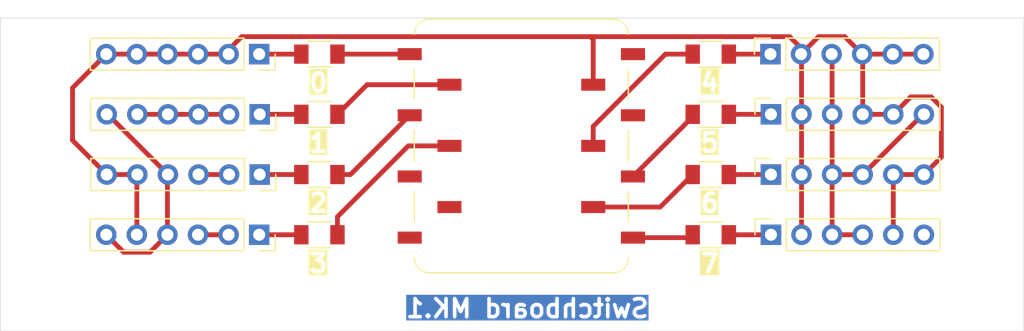
<source format=kicad_pcb>
(kicad_pcb (version 20241229) (generator "pcbnew") (generator_version "9.0")
  (layers (0 "F.Cu" signal) (2 "B.Cu" signal) (13 "F.Paste" user) (15 "B.Paste" user) (5 "F.SilkS" user "F.Silkscreen") (7 "B.SilkS" user "B.Silkscreen") (1 "F.Mask" user) (3 "B.Mask" user) (25 "Edge.Cuts" user))
  (net 0 "")
  (net 1 "GND")
  (net 3 "LED1")
  (net 4 "LED5")
  (net 5 "LED4")
  (net 7 "Pull up")
  (net 8 "LED7")
  (net 9 "LED3")
  (net 10 "LED2")
  (net 11 "LED6")
  (net 12 "LED8")
  (net 15 "Net-(J6-Pin_1)")
  (net 16 "Net-(J2-Pin_1)")
  (net 17 "Net-(J1-Pin_1)")
  (net 18 "Net-(J3-Pin_1)")
  (net 19 "Net-(J5-Pin_1)")
  (net 20 "Net-(J4-Pin_1)")
  (net 21 "Net-(J7-Pin_1)")
  (net 22 "Net-(J8-Pin_1)")
  (footprint "MountingHole:MountingHole_2.2mm_M2" (layer "F.Cu") (at 159 80)
    (property "Reference" "REF**" (hide yes))
    (property "Value" "MountingHole_2.2mm_M2" (hide yes))
    (pad "" np_thru_hole circle (at 0 0) (size 2.2 2.2) (drill 2.2) (layers "*.Cu" "*.Mask"))
  )
  (footprint "Connector_PinSocket_2.54mm:PinSocket_1x06_P2.54mm_Vertical" (layer "F.Cu") (at 220 65 90)
    (property "Reference" "J4" (hide yes))
    (property "Value" "Socket 06" (hide yes))
    (fp_line (start 1.33 -1.33) (end 1.33 0) (stroke (width 0.12)) (layer "F.SilkS"))
    (fp_line (start 0 -1.33) (end 1.33 -1.33) (stroke (width 0.12)) (layer "F.SilkS"))
    (fp_line (start 1.33 1.27) (end 1.33 14.03) (stroke (width 0.12)) (layer "F.SilkS"))
    (fp_line (start -1.33 1.27) (end 1.33 1.27) (stroke (width 0.12)) (layer "F.SilkS"))
    (fp_line (start -1.33 1.27) (end -1.33 14.03) (stroke (width 0.12)) (layer "F.SilkS"))
    (fp_line (start -1.33 14.03) (end 1.33 14.03) (stroke (width 0.12)) (layer "F.SilkS"))
    (pad "1" thru_hole rect (at 0 0 90) (size 1.7 1.7) (drill 1) (layers "*.Cu" "*.Mask") (net 20 "Net-(J4-Pin_1)"))
    (pad "2" thru_hole circle (at 0 2.54 90) (size 1.7 1.7) (drill 1) (layers "*.Cu" "*.Mask") (net 1 "GND"))
    (pad "3" thru_hole circle (at 0 5.08 90) (size 1.7 1.7) (drill 1) (layers "*.Cu" "*.Mask") (net 7 "Pull up"))
    (pad "4" thru_hole circle (at 0 7.62 90) (size 1.7 1.7) (drill 1) (layers "*.Cu" "*.Mask") (net 1 "GND"))
    (pad "5" thru_hole circle (at 0 10.16 90) (size 1.7 1.7) (drill 1) (layers "*.Cu" "*.Mask") (net 1 "GND"))
    (pad "6" thru_hole circle (at 0 12.7 90) (size 1.7 1.7) (drill 1) (layers "*.Cu" "*.Mask") (net 7 "Pull up"))
  )
  (footprint "Connector_PinSocket_2.54mm:PinSocket_1x06_P2.54mm_Vertical" (layer "F.Cu") (at 220 75 90)
    (property "Reference" "J8" (hide yes))
    (property "Value" "Socket 08" (hide yes))
    (fp_line (start 1.33 -1.33) (end 1.33 0) (stroke (width 0.12)) (layer "F.SilkS"))
    (fp_line (start 0 -1.33) (end 1.33 -1.33) (stroke (width 0.12)) (layer "F.SilkS"))
    (fp_line (start 1.33 1.27) (end 1.33 14.03) (stroke (width 0.12)) (layer "F.SilkS"))
    (fp_line (start -1.33 1.27) (end 1.33 1.27) (stroke (width 0.12)) (layer "F.SilkS"))
    (fp_line (start -1.33 1.27) (end -1.33 14.03) (stroke (width 0.12)) (layer "F.SilkS"))
    (fp_line (start -1.33 14.03) (end 1.33 14.03) (stroke (width 0.12)) (layer "F.SilkS"))
    (pad "1" thru_hole rect (at 0 0 90) (size 1.7 1.7) (drill 1) (layers "*.Cu" "*.Mask") (net 22 "Net-(J8-Pin_1)"))
    (pad "2" thru_hole circle (at 0 2.54 90) (size 1.7 1.7) (drill 1) (layers "*.Cu" "*.Mask") (net 1 "GND"))
    (pad "3" thru_hole circle (at 0 5.08 90) (size 1.7 1.7) (drill 1) (layers "*.Cu" "*.Mask") (net 7 "Pull up"))
    (pad "4" thru_hole circle (at 0 7.62 90) (size 1.7 1.7) (drill 1) (layers "*.Cu" "*.Mask") (net 7 "Pull up"))
    (pad "5" thru_hole circle (at 0 10.16 90) (size 1.7 1.7) (drill 1) (layers "*.Cu" "*.Mask") (net 1 "GND"))
    (pad "6" thru_hole circle (at 0 12.7 90) (size 1.7 1.7) (drill 1) (layers "*.Cu" "*.Mask") (net 7 "Pull up"))
  )
  (footprint "Connector_PinSocket_2.54mm:PinSocket_1x06_P2.54mm_Vertical" (layer "F.Cu") (at 177.54 65 -90)
    (property "Reference" "J1" (hide yes))
    (property "Value" "Socket 02" (hide yes))
    (fp_line (start -1.33 14.03) (end 1.33 14.03) (stroke (width 0.12)) (layer "F.SilkS"))
    (fp_line (start -1.33 1.27) (end -1.33 14.03) (stroke (width 0.12)) (layer "F.SilkS"))
    (fp_line (start -1.33 1.27) (end 1.33 1.27) (stroke (width 0.12)) (layer "F.SilkS"))
    (fp_line (start 1.33 1.27) (end 1.33 14.03) (stroke (width 0.12)) (layer "F.SilkS"))
    (fp_line (start 0 -1.33) (end 1.33 -1.33) (stroke (width 0.12)) (layer "F.SilkS"))
    (fp_line (start 1.33 -1.33) (end 1.33 0) (stroke (width 0.12)) (layer "F.SilkS"))
    (pad "1" thru_hole rect (at 0 0 270) (size 1.7 1.7) (drill 1) (layers "*.Cu" "*.Mask") (net 17 "Net-(J1-Pin_1)"))
    (pad "2" thru_hole circle (at 0 2.54 270) (size 1.7 1.7) (drill 1) (layers "*.Cu" "*.Mask") (net 1 "GND"))
    (pad "3" thru_hole circle (at 0 5.08 270) (size 1.7 1.7) (drill 1) (layers "*.Cu" "*.Mask") (net 1 "GND"))
    (pad "4" thru_hole circle (at 0 7.62 270) (size 1.7 1.7) (drill 1) (layers "*.Cu" "*.Mask") (net 1 "GND"))
    (pad "5" thru_hole circle (at 0 10.16 270) (size 1.7 1.7) (drill 1) (layers "*.Cu" "*.Mask") (net 1 "GND"))
    (pad "6" thru_hole circle (at 0 12.7 270) (size 1.7 1.7) (drill 1) (layers "*.Cu" "*.Mask") (net 7 "Pull up"))
  )
  (footprint "fab:R_1206" (layer "F.Cu") (at 215 75 180)
    (property "Reference" "R12" (hide yes))
    (property "Value" "Resistor" (hide yes))
    (fp_line (start 1 1.07) (end -1 1.07) (stroke (width 0.12)) (layer "F.SilkS"))
    (fp_line (start -1 -1.07) (end 1 -1.07) (stroke (width 0.12)) (layer "F.SilkS"))
    (pad "1" smd rect (at -1.5 0 180) (size 1.2 1.6) (layers "F.Cu" "F.Mask" "F.Paste") (net 22 "Net-(J8-Pin_1)"))
    (pad "2" smd rect (at 1.5 0 180) (size 1.2 1.6) (layers "F.Cu" "F.Mask" "F.Paste") (net 12 "LED8"))
  )
  (footprint "MountingHole:MountingHole_2.2mm_M2" (layer "F.Cu") (at 238 80)
    (property "Reference" "REF**" (hide yes))
    (property "Value" "MountingHole_2.2mm_M2" (hide yes))
    (pad "" np_thru_hole circle (at 0 0) (size 2.2 2.2) (drill 2.2) (layers "*.Cu" "*.Mask"))
  )
  (footprint "Connector_PinSocket_2.54mm:PinSocket_1x06_P2.54mm_Vertical" (layer "F.Cu") (at 177.5 60 -90)
    (property "Reference" "J3" (hide yes))
    (property "Value" "Socket 01" (hide yes))
    (fp_line (start -1.33 14.03) (end 1.33 14.03) (stroke (width 0.12)) (layer "F.SilkS"))
    (fp_line (start -1.33 1.27) (end -1.33 14.03) (stroke (width 0.12)) (layer "F.SilkS"))
    (fp_line (start -1.33 1.27) (end 1.33 1.27) (stroke (width 0.12)) (layer "F.SilkS"))
    (fp_line (start 1.33 1.27) (end 1.33 14.03) (stroke (width 0.12)) (layer "F.SilkS"))
    (fp_line (start 0 -1.33) (end 1.33 -1.33) (stroke (width 0.12)) (layer "F.SilkS"))
    (fp_line (start 1.33 -1.33) (end 1.33 0) (stroke (width 0.12)) (layer "F.SilkS"))
    (pad "1" thru_hole rect (at 0 0 270) (size 1.7 1.7) (drill 1) (layers "*.Cu" "*.Mask") (net 18 "Net-(J3-Pin_1)"))
    (pad "2" thru_hole circle (at 0 2.54 270) (size 1.7 1.7) (drill 1) (layers "*.Cu" "*.Mask") (net 1 "GND"))
    (pad "3" thru_hole circle (at 0 5.08 270) (size 1.7 1.7) (drill 1) (layers "*.Cu" "*.Mask") (net 1 "GND"))
    (pad "4" thru_hole circle (at 0 7.62 270) (size 1.7 1.7) (drill 1) (layers "*.Cu" "*.Mask") (net 1 "GND"))
    (pad "5" thru_hole circle (at 0 10.16 270) (size 1.7 1.7) (drill 1) (layers "*.Cu" "*.Mask") (net 1 "GND"))
    (pad "6" thru_hole circle (at 0 12.7 270) (size 1.7 1.7) (drill 1) (layers "*.Cu" "*.Mask") (net 1 "GND"))
  )
  (footprint "MountingHole:MountingHole_2.2mm_M2" (layer "F.Cu") (at 238 60)
    (property "Reference" "REF**" (hide yes))
    (property "Value" "MountingHole_2.2mm_M2" (hide yes))
    (pad "" np_thru_hole circle (at 0 0) (size 2.2 2.2) (drill 2.2) (layers "*.Cu" "*.Mask"))
  )
  (footprint "Connector_PinSocket_2.54mm:PinSocket_1x06_P2.54mm_Vertical" (layer "F.Cu") (at 219.96 60 90)
    (property "Reference" "J5" (hide yes))
    (property "Value" "Socket 05" (hide yes))
    (fp_line (start 1.33 -1.33) (end 1.33 0) (stroke (width 0.12)) (layer "F.SilkS"))
    (fp_line (start 0 -1.33) (end 1.33 -1.33) (stroke (width 0.12)) (layer "F.SilkS"))
    (fp_line (start 1.33 1.27) (end 1.33 14.03) (stroke (width 0.12)) (layer "F.SilkS"))
    (fp_line (start -1.33 1.27) (end 1.33 1.27) (stroke (width 0.12)) (layer "F.SilkS"))
    (fp_line (start -1.33 1.27) (end -1.33 14.03) (stroke (width 0.12)) (layer "F.SilkS"))
    (fp_line (start -1.33 14.03) (end 1.33 14.03) (stroke (width 0.12)) (layer "F.SilkS"))
    (pad "1" thru_hole rect (at 0 0 90) (size 1.7 1.7) (drill 1) (layers "*.Cu" "*.Mask") (net 19 "Net-(J5-Pin_1)"))
    (pad "2" thru_hole circle (at 0 2.54 90) (size 1.7 1.7) (drill 1) (layers "*.Cu" "*.Mask") (net 1 "GND"))
    (pad "3" thru_hole circle (at 0 5.08 90) (size 1.7 1.7) (drill 1) (layers "*.Cu" "*.Mask") (net 7 "Pull up"))
    (pad "4" thru_hole circle (at 0 7.62 90) (size 1.7 1.7) (drill 1) (layers "*.Cu" "*.Mask") (net 1 "GND"))
    (pad "5" thru_hole circle (at 0 10.16 90) (size 1.7 1.7) (drill 1) (layers "*.Cu" "*.Mask") (net 1 "GND"))
    (pad "6" thru_hole circle (at 0 12.7 90) (size 1.7 1.7) (drill 1) (layers "*.Cu" "*.Mask") (net 1 "GND"))
  )
  (footprint "Connector_PinSocket_2.54mm:PinSocket_1x06_P2.54mm_Vertical" (layer "F.Cu") (at 177.54 70 -90)
    (property "Reference" "J2" (hide yes))
    (property "Value" "Socket 03" (hide yes))
    (fp_line (start -1.33 14.03) (end 1.33 14.03) (stroke (width 0.12)) (layer "F.SilkS"))
    (fp_line (start -1.33 1.27) (end -1.33 14.03) (stroke (width 0.12)) (layer "F.SilkS"))
    (fp_line (start -1.33 1.27) (end 1.33 1.27) (stroke (width 0.12)) (layer "F.SilkS"))
    (fp_line (start 1.33 1.27) (end 1.33 14.03) (stroke (width 0.12)) (layer "F.SilkS"))
    (fp_line (start 0 -1.33) (end 1.33 -1.33) (stroke (width 0.12)) (layer "F.SilkS"))
    (fp_line (start 1.33 -1.33) (end 1.33 0) (stroke (width 0.12)) (layer "F.SilkS"))
    (pad "1" thru_hole rect (at 0 0 270) (size 1.7 1.7) (drill 1) (layers "*.Cu" "*.Mask") (net 16 "Net-(J2-Pin_1)"))
    (pad "2" thru_hole circle (at 0 2.54 270) (size 1.7 1.7) (drill 1) (layers "*.Cu" "*.Mask") (net 1 "GND"))
    (pad "3" thru_hole circle (at 0 5.08 270) (size 1.7 1.7) (drill 1) (layers "*.Cu" "*.Mask") (net 1 "GND"))
    (pad "4" thru_hole circle (at 0 7.62 270) (size 1.7 1.7) (drill 1) (layers "*.Cu" "*.Mask") (net 7 "Pull up"))
    (pad "5" thru_hole circle (at 0 10.16 270) (size 1.7 1.7) (drill 1) (layers "*.Cu" "*.Mask") (net 1 "GND"))
    (pad "6" thru_hole circle (at 0 12.7 270) (size 1.7 1.7) (drill 1) (layers "*.Cu" "*.Mask") (net 1 "GND"))
  )
  (footprint "fab:R_1206" (layer "F.Cu") (at 182.5 75)
    (property "Reference" "R1" (hide yes))
    (property "Value" "Resistor" (hide yes))
    (fp_line (start -1 -1.07) (end 1 -1.07) (stroke (width 0.12)) (layer "F.SilkS"))
    (fp_line (start 1 1.07) (end -1 1.07) (stroke (width 0.12)) (layer "F.SilkS"))
    (pad "1" smd rect (at -1.5 0) (size 1.2 1.6) (layers "F.Cu" "F.Mask" "F.Paste") (net 15 "Net-(J6-Pin_1)"))
    (pad "2" smd rect (at 1.5 0) (size 1.2 1.6) (layers "F.Cu" "F.Mask" "F.Paste") (net 5 "LED4"))
  )
  (footprint "fab:R_1206" (layer "F.Cu") (at 215 60 180)
    (property "Reference" "R9" (hide yes))
    (property "Value" "Resistor" (hide yes))
    (fp_line (start 1 1.07) (end -1 1.07) (stroke (width 0.12)) (layer "F.SilkS"))
    (fp_line (start -1 -1.07) (end 1 -1.07) (stroke (width 0.12)) (layer "F.SilkS"))
    (pad "1" smd rect (at -1.5 0 180) (size 1.2 1.6) (layers "F.Cu" "F.Mask" "F.Paste") (net 19 "Net-(J5-Pin_1)"))
    (pad "2" smd rect (at 1.5 0 180) (size 1.2 1.6) (layers "F.Cu" "F.Mask" "F.Paste") (net 4 "LED5"))
  )
  (footprint "fab:R_1206" (layer "F.Cu") (at 182.5 70)
    (property "Reference" "R2" (hide yes))
    (property "Value" "Resistor" (hide yes))
    (fp_line (start -1 -1.07) (end 1 -1.07) (stroke (width 0.12)) (layer "F.SilkS"))
    (fp_line (start 1 1.07) (end -1 1.07) (stroke (width 0.12)) (layer "F.SilkS"))
    (pad "1" smd rect (at -1.5 0) (size 1.2 1.6) (layers "F.Cu" "F.Mask" "F.Paste") (net 16 "Net-(J2-Pin_1)"))
    (pad "2" smd rect (at 1.5 0) (size 1.2 1.6) (layers "F.Cu" "F.Mask" "F.Paste") (net 9 "LED3"))
  )
  (footprint "Connector_PinSocket_2.54mm:PinSocket_1x06_P2.54mm_Vertical" (layer "F.Cu") (at 177.5 75 -90)
    (property "Reference" "J6" (hide yes))
    (property "Value" "Socket 04" (hide yes))
    (fp_line (start -1.33 14.03) (end 1.33 14.03) (stroke (width 0.12)) (layer "F.SilkS"))
    (fp_line (start -1.33 1.27) (end -1.33 14.03) (stroke (width 0.12)) (layer "F.SilkS"))
    (fp_line (start -1.33 1.27) (end 1.33 1.27) (stroke (width 0.12)) (layer "F.SilkS"))
    (fp_line (start 1.33 1.27) (end 1.33 14.03) (stroke (width 0.12)) (layer "F.SilkS"))
    (fp_line (start 0 -1.33) (end 1.33 -1.33) (stroke (width 0.12)) (layer "F.SilkS"))
    (fp_line (start 1.33 -1.33) (end 1.33 0) (stroke (width 0.12)) (layer "F.SilkS"))
    (pad "1" thru_hole rect (at 0 0 270) (size 1.7 1.7) (drill 1) (layers "*.Cu" "*.Mask") (net 15 "Net-(J6-Pin_1)"))
    (pad "2" thru_hole circle (at 0 2.54 270) (size 1.7 1.7) (drill 1) (layers "*.Cu" "*.Mask") (net 1 "GND"))
    (pad "3" thru_hole circle (at 0 5.08 270) (size 1.7 1.7) (drill 1) (layers "*.Cu" "*.Mask") (net 1 "GND"))
    (pad "4" thru_hole circle (at 0 7.62 270) (size 1.7 1.7) (drill 1) (layers "*.Cu" "*.Mask") (net 7 "Pull up"))
    (pad "5" thru_hole circle (at 0 10.16 270) (size 1.7 1.7) (drill 1) (layers "*.Cu" "*.Mask") (net 1 "GND"))
    (pad "6" thru_hole circle (at 0 12.7 270) (size 1.7 1.7) (drill 1) (layers "*.Cu" "*.Mask") (net 7 "Pull up"))
  )
  (footprint "MountingHole:MountingHole_2.2mm_M2" (layer "F.Cu") (at 159 60)
    (property "Reference" "REF**" (hide yes))
    (property "Value" "MountingHole_2.2mm_M2" (hide yes))
    (pad "" np_thru_hole circle (at 0 0) (size 2.2 2.2) (drill 2.2) (layers "*.Cu" "*.Mask"))
  )
  (footprint "fab:R_1206" (layer "F.Cu") (at 182.5 65)
    (property "Reference" "R7" (hide yes))
    (property "Value" "Resistor" (hide yes))
    (fp_line (start -1 -1.07) (end 1 -1.07) (stroke (width 0.12)) (layer "F.SilkS"))
    (fp_line (start 1 1.07) (end -1 1.07) (stroke (width 0.12)) (layer "F.SilkS"))
    (pad "1" smd rect (at -1.5 0) (size 1.2 1.6) (layers "F.Cu" "F.Mask" "F.Paste") (net 17 "Net-(J1-Pin_1)"))
    (pad "2" smd rect (at 1.5 0) (size 1.2 1.6) (layers "F.Cu" "F.Mask" "F.Paste") (net 10 "LED2"))
  )
  (footprint "fab:R_1206" (layer "F.Cu") (at 215 70 180)
    (property "Reference" "R11" (hide yes))
    (property "Value" "Resistor" (hide yes))
    (fp_line (start 1 1.07) (end -1 1.07) (stroke (width 0.12)) (layer "F.SilkS"))
    (fp_line (start -1 -1.07) (end 1 -1.07) (stroke (width 0.12)) (layer "F.SilkS"))
    (pad "1" smd rect (at -1.5 0 180) (size 1.2 1.6) (layers "F.Cu" "F.Mask" "F.Paste") (net 21 "Net-(J7-Pin_1)"))
    (pad "2" smd rect (at 1.5 0 180) (size 1.2 1.6) (layers "F.Cu" "F.Mask" "F.Paste") (net 8 "LED7"))
  )
  (footprint "fab:R_1206" (layer "F.Cu") (at 215 65 180)
    (property "Reference" "R10" (hide yes))
    (property "Value" "Resistor" (hide yes))
    (fp_line (start 1 1.07) (end -1 1.07) (stroke (width 0.12)) (layer "F.SilkS"))
    (fp_line (start -1 -1.07) (end 1 -1.07) (stroke (width 0.12)) (layer "F.SilkS"))
    (pad "1" smd rect (at -1.5 0 180) (size 1.2 1.6) (layers "F.Cu" "F.Mask" "F.Paste") (net 20 "Net-(J4-Pin_1)"))
    (pad "2" smd rect (at 1.5 0 180) (size 1.2 1.6) (layers "F.Cu" "F.Mask" "F.Paste") (net 11 "LED6"))
  )
  (footprint "Connector_PinSocket_2.54mm:PinSocket_1x06_P2.54mm_Vertical" (layer "F.Cu") (at 220 70 90)
    (property "Reference" "J7" (hide yes))
    (property "Value" "Socket 07" (hide yes))
    (fp_line (start 1.33 -1.33) (end 1.33 0) (stroke (width 0.12)) (layer "F.SilkS"))
    (fp_line (start 0 -1.33) (end 1.33 -1.33) (stroke (width 0.12)) (layer "F.SilkS"))
    (fp_line (start 1.33 1.27) (end 1.33 14.03) (stroke (width 0.12)) (layer "F.SilkS"))
    (fp_line (start -1.33 1.27) (end 1.33 1.27) (stroke (width 0.12)) (layer "F.SilkS"))
    (fp_line (start -1.33 1.27) (end -1.33 14.03) (stroke (width 0.12)) (layer "F.SilkS"))
    (fp_line (start -1.33 14.03) (end 1.33 14.03) (stroke (width 0.12)) (layer "F.SilkS"))
    (pad "1" thru_hole rect (at 0 0 90) (size 1.7 1.7) (drill 1) (layers "*.Cu" "*.Mask") (net 21 "Net-(J7-Pin_1)"))
    (pad "2" thru_hole circle (at 0 2.54 90) (size 1.7 1.7) (drill 1) (layers "*.Cu" "*.Mask") (net 1 "GND"))
    (pad "3" thru_hole circle (at 0 5.08 90) (size 1.7 1.7) (drill 1) (layers "*.Cu" "*.Mask") (net 7 "Pull up"))
    (pad "4" thru_hole circle (at 0 7.62 90) (size 1.7 1.7) (drill 1) (layers "*.Cu" "*.Mask") (net 7 "Pull up"))
    (pad "5" thru_hole circle (at 0 10.16 90) (size 1.7 1.7) (drill 1) (layers "*.Cu" "*.Mask") (net 1 "GND"))
    (pad "6" thru_hole circle (at 0 12.7 90) (size 1.7 1.7) (drill 1) (layers "*.Cu" "*.Mask") (net 1 "GND"))
  )
  (footprint "fab:Module_XIAO_Generic_SocketSMD" (layer "F.Cu") (at 199.27 67.62)
    (property "Reference" "M1" (hide yes))
    (property "Value" "Module_XIAO_Generic_SocketSMD" (hide yes))
    (fp_line (start -8.89 -6.35) (end -8.89 -3.81) (stroke (width 0.12)) (layer "F.SilkS"))
    (fp_line (start -8.89 -1.27) (end -8.89 1.27) (stroke (width 0.12)) (layer "F.SilkS"))
    (fp_line (start -8.89 3.81) (end -8.89 6.35) (stroke (width 0.12)) (layer "F.SilkS"))
    (fp_line (start -7.6175 -10.531) (end 7.6225 -10.531) (stroke (width 0.12)) (layer "F.SilkS"))
    (fp_line (start 7.6225 10.551) (end -7.6175 10.551) (stroke (width 0.12)) (layer "F.SilkS"))
    (fp_line (start 8.89 -6.35) (end 8.89 -3.81) (stroke (width 0.12)) (layer "F.SilkS"))
    (fp_line (start 8.89 -1.27) (end 8.89 1.27) (stroke (width 0.12)) (layer "F.SilkS"))
    (fp_line (start 8.89 3.81) (end 8.89 6.35) (stroke (width 0.12)) (layer "F.SilkS"))
    (fp_arc (start -8.8875 -9.261) (mid -8.515526 -10.159026) (end -7.6175 -10.531) (stroke (width 0.12)) (layer "F.SilkS"))
    (fp_arc (start -7.6175 10.551) (mid -8.515526 10.179026) (end -8.8875 9.281) (stroke (width 0.12)) (layer "F.SilkS"))
    (fp_arc (start 7.6225 -10.531) (mid 8.520526 -10.159026) (end 8.8925 -9.261) (stroke (width 0.12)) (layer "F.SilkS"))
    (fp_arc (start 8.8925 9.281) (mid 8.520526 10.179026) (end 7.6225 10.551) (stroke (width 0.12)) (layer "F.SilkS"))
    (pad "1" smd rect (at -9.27 -7.62) (size 2 1) (layers "F.Cu" "F.Mask" "F.Paste") (net 3 "LED1"))
    (pad "2" smd rect (at -5.97 -5.08) (size 2 1) (layers "F.Cu" "F.Mask" "F.Paste") (net 10 "LED2"))
    (pad "3" smd rect (at -9.27 -2.54) (size 2 1) (layers "F.Cu" "F.Mask" "F.Paste") (net 9 "LED3"))
    (pad "4" smd rect (at -5.97 0) (size 2 1) (layers "F.Cu" "F.Mask" "F.Paste") (net 5 "LED4"))
    (pad "5" smd rect (at -9.27 2.54) (size 2 1) (layers "F.Cu" "F.Mask" "F.Paste"))
    (pad "6" smd rect (at -5.97 5.08) (size 2 1) (layers "F.Cu" "F.Mask" "F.Paste"))
    (pad "7" smd rect (at -9.27 7.62) (size 2 1) (layers "F.Cu" "F.Mask" "F.Paste") (net 7 "Pull up"))
    (pad "8" smd rect (at 9.27 7.62) (size 2 1) (layers "F.Cu" "F.Mask" "F.Paste") (net 12 "LED8"))
    (pad "9" smd rect (at 5.97 5.08) (size 2 1) (layers "F.Cu" "F.Mask" "F.Paste") (net 8 "LED7"))
    (pad "10" smd rect (at 9.27 2.54) (size 2 1) (layers "F.Cu" "F.Mask" "F.Paste") (net 11 "LED6"))
    (pad "11" smd rect (at 5.97 0) (size 2 1) (layers "F.Cu" "F.Mask" "F.Paste") (net 4 "LED5"))
    (pad "12" smd rect (at 9.27 -2.54) (size 2 1) (layers "F.Cu" "F.Mask" "F.Paste"))
    (pad "13" smd rect (at 5.97 -5.08) (size 2 1) (layers "F.Cu" "F.Mask" "F.Paste") (net 1 "GND"))
    (pad "14" smd rect (at 9.27 -7.62) (size 2 1) (layers "F.Cu" "F.Mask" "F.Paste"))
  )
  (footprint "fab:R_1206" (layer "F.Cu") (at 182.5 60)
    (property "Reference" "R8" (hide yes))
    (property "Value" "Resistor" (hide yes))
    (fp_line (start -1 -1.07) (end 1 -1.07) (stroke (width 0.12)) (layer "F.SilkS"))
    (fp_line (start 1 1.07) (end -1 1.07) (stroke (width 0.12)) (layer "F.SilkS"))
    (pad "1" smd rect (at -1.5 0) (size 1.2 1.6) (layers "F.Cu" "F.Mask" "F.Paste") (net 18 "Net-(J3-Pin_1)"))
    (pad "2" smd rect (at 1.5 0) (size 1.2 1.6) (layers "F.Cu" "F.Mask" "F.Paste") (net 3 "LED1"))
  )
  (gr_rect (start 156 57) (end 241 83) (stroke (width 0.05)) (fill no) (layer "Edge.Cuts"))
  (gr_text "Switchboard MK.1" (at 210 82 0) (layer "B.Cu" knockout) (effects (font (size 1.5 1.5) (thickness 0.3) (bold yes)) (justify left bottom mirror)))
  (gr_text "5" (at 214 68.25 0) (layer "F.SilkS" knockout) (effects (font (size 1.5 1.5) (thickness 0.3) (bold yes)) (justify left bottom)))
  (gr_text "7" (at 214 78.25 0) (layer "F.SilkS" knockout) (effects (font (size 1.5 1.5) (thickness 0.3) (bold yes)) (justify left bottom)))
  (gr_text "3" (at 181.5 78.25 0) (layer "F.SilkS" knockout) (effects (font (size 1.5 1.5) (thickness 0.3) (bold yes)) (justify left bottom)))
  (gr_text "6" (at 214 73.25 0) (layer "F.SilkS" knockout) (effects (font (size 1.5 1.5) (thickness 0.3) (bold yes)) (justify left bottom)))
  (gr_text "2" (at 181.5 73.25 0) (layer "F.SilkS" knockout) (effects (font (size 1.5 1.5) (thickness 0.3) (bold yes)) (justify left bottom)))
  (gr_text "1" (at 181.5 68.25 0) (layer "F.SilkS" knockout) (effects (font (size 1.5 1.5) (thickness 0.3) (bold yes)) (justify left bottom)))
  (gr_text "4" (at 214 63.25 0) (layer "F.SilkS" knockout) (effects (font (size 1.5 1.5) (thickness 0.3) (bold yes)) (justify left bottom)))
  (gr_text "0" (at 181.5 63.25 0) (layer "F.SilkS" knockout) (effects (font (size 1.5 1.5) (thickness 0.3) (bold yes)) (justify left bottom)))
  (segment (start 230.16 70) (end 230.16 75) (width 0.4) (layer "F.Cu") (net 1))
  (segment (start 175 70) (end 172.46 70) (width 0.4) (layer "F.Cu") (net 1))
  (segment (start 174.96 60) (end 164.8 60) (width 0.4) (layer "F.Cu") (net 1))
  (segment (start 227.58 60) (end 232.66 60) (width 0.4) (layer "F.Cu") (net 1))
  (segment (start 227.58 60.58) (end 227.62 60.62) (width 0.4) (layer "F.Cu") (net 1))
  (segment (start 222.54 60.54) (end 222.54 75) (width 0.4) (layer "F.Cu") (net 1))
  (segment (start 223.951 58.549) (end 226.129 58.549) (width 0.4) (layer "F.Cu") (net 1))
  (segment (start 233.301024 63.549) (end 234.151 64.398976) (width 0.4) (layer "F.Cu") (net 1))
  (segment (start 222.5 59.5) (end 222.5 60) (width 0.4) (layer "F.Cu") (net 1))
  (segment (start 230.16 70) (end 232.7 70) (width 0.4) (layer "F.Cu") (net 1))
  (segment (start 175 65) (end 167.38 65) (width 0.4) (layer "F.Cu") (net 1))
  (segment (start 167.34 70.04) (end 167.38 70) (width 0.4) (layer "F.Cu") (net 1))
  (segment (start 221.549 58.549) (end 222.5 59.5) (width 0.4) (layer "F.Cu") (net 1))
  (segment (start 234.151 68.549) (end 232.7 70) (width 0.4) (layer "F.Cu") (net 1))
  (segment (start 162 67.16) (end 162 62.8) (width 0.4) (layer "F.Cu") (net 1))
  (segment (start 162 62.8) (end 164.8 60) (width 0.4) (layer "F.Cu") (net 1))
  (segment (start 205.24 58.789) (end 205 58.549) (width 0.4) (layer "F.Cu") (net 1))
  (segment (start 227.62 60.62) (end 227.62 65) (width 0.4) (layer "F.Cu") (net 1))
  (segment (start 222.5 60) (end 223.951 58.549) (width 0.4) (layer "F.Cu") (net 1))
  (segment (start 167.34 75) (end 167.34 70.04) (width 0.4) (layer "F.Cu") (net 1))
  (segment (start 231.611 63.549) (end 233.301024 63.549) (width 0.4) (layer "F.Cu") (net 1))
  (segment (start 164.84 70) (end 162 67.16) (width 0.4) (layer "F.Cu") (net 1))
  (segment (start 227.62 65) (end 230.16 65) (width 0.4) (layer "F.Cu") (net 1))
  (segment (start 234.151 64.398976) (end 234.151 68.549) (width 0.4) (layer "F.Cu") (net 1))
  (segment (start 176.049 58.549) (end 205 58.549) (width 0.4) (layer "F.Cu") (net 1))
  (segment (start 227.58 60) (end 227.58 60.58) (width 0.4) (layer "F.Cu") (net 1))
  (segment (start 230.16 65) (end 231.611 63.549) (width 0.4) (layer "F.Cu") (net 1))
  (segment (start 174.96 59.638) (end 176.049 58.549) (width 0.4) (layer "F.Cu") (net 1))
  (segment (start 222.5 60) (end 222.5 60.5) (width 0.4) (layer "F.Cu") (net 1))
  (segment (start 205.24 62.54) (end 205.24 58.789) (width 0.4) (layer "F.Cu") (net 1))
  (segment (start 167.38 70) (end 164.84 70) (width 0.4) (layer "F.Cu") (net 1))
  (segment (start 174.96 75) (end 172.42 75) (width 0.4) (layer "F.Cu") (net 1))
  (segment (start 226.129 58.549) (end 227.58 60) (width 0.4) (layer "F.Cu") (net 1))
  (segment (start 174.96 60) (end 174.96 59.638) (width 0.4) (layer "F.Cu") (net 1))
  (segment (start 222.5 60.5) (end 222.54 60.54) (width 0.4) (layer "F.Cu") (net 1))
  (segment (start 205 58.549) (end 221.549 58.549) (width 0.4) (layer "F.Cu") (net 1))
  (segment (start 190 60) (end 184 60) (width 0.4) (layer "F.Cu") (net 3))
  (segment (start 205.24 67.62) (end 205.24 66.002) (width 0.4) (layer "F.Cu") (net 4))
  (segment (start 211.242 60) (end 213.5 60) (width 0.4) (layer "F.Cu") (net 4))
  (segment (start 205.24 66.002) (end 211.242 60) (width 0.4) (layer "F.Cu") (net 4))
  (segment (start 193.3 67.62) (end 189.88 67.62) (width 0.4) (layer "F.Cu") (net 5))
  (segment (start 184 73.5) (end 184 75) (width 0.4) (layer "F.Cu") (net 5))
  (segment (start 189.88 67.62) (end 184 73.5) (width 0.4) (layer "F.Cu") (net 5))
  (segment (start 166.251 76.451) (end 168.429 76.451) (width 0.4) (layer "F.Cu") (net 7))
  (segment (start 169.88 70.04) (end 169.92 70) (width 0.4) (layer "F.Cu") (net 7))
  (segment (start 169.92 70) (end 164.92 65) (width 0.4) (layer "F.Cu") (net 7))
  (segment (start 232.62 65) (end 232.7 65) (width 0.4) (layer "F.Cu") (net 7))
  (segment (start 169.88 75) (end 169.88 70.04) (width 0.4) (layer "F.Cu") (net 7))
  (segment (start 225.08 60.04) (end 225.04 60) (width 0.4) (layer "F.Cu") (net 7))
  (segment (start 168.429 76.451) (end 169.88 75) (width 0.4) (layer "F.Cu") (net 7))
  (segment (start 225.08 75) (end 225.08 60.04) (width 0.4) (layer "F.Cu") (net 7))
  (segment (start 225.08 75) (end 227.62 75) (width 0.4) (layer "F.Cu") (net 7))
  (segment (start 164.8 75) (end 166.251 76.451) (width 0.4) (layer "F.Cu") (net 7))
  (segment (start 227.62 70) (end 232.62 65) (width 0.4) (layer "F.Cu") (net 7))
  (segment (start 164.92 65) (end 164.84 65) (width 0.4) (layer "F.Cu") (net 7))
  (segment (start 227.62 70) (end 225.08 70) (width 0.4) (layer "F.Cu") (net 7))
  (segment (start 210.8 72.7) (end 213.5 70) (width 0.4) (layer "F.Cu") (net 8))
  (segment (start 205.24 72.7) (end 210.8 72.7) (width 0.4) (layer "F.Cu") (net 8))
  (segment (start 190 65.08) (end 185.08 70) (width 0.4) (layer "F.Cu") (net 9))
  (segment (start 185.08 70) (end 184 70) (width 0.4) (layer "F.Cu") (net 9))
  (segment (start 193.3 62.54) (end 186.46 62.54) (width 0.4) (layer "F.Cu") (net 10))
  (segment (start 186.46 62.54) (end 184 65) (width 0.4) (layer "F.Cu") (net 10))
  (segment (start 213.5 65.2) (end 213.5 65) (width 0.4) (layer "F.Cu") (net 11))
  (segment (start 208.54 70.16) (end 213.5 65.2) (width 0.4) (layer "F.Cu") (net 11))
  (segment (start 208.54 75.24) (end 213.26 75.24) (width 0.4) (layer "F.Cu") (net 12))
  (segment (start 213.26 75.24) (end 213.5 75) (width 0.4) (layer "F.Cu") (net 12))
  (segment (start 177.5 75) (end 181 75) (width 0.4) (layer "F.Cu") (net 15))
  (segment (start 181 70) (end 177.54 70) (width 0.4) (layer "F.Cu") (net 16))
  (segment (start 177.54 65) (end 181 65) (width 0.4) (layer "F.Cu") (net 17))
  (segment (start 181 60) (end 177.5 60) (width 0.4) (layer "F.Cu") (net 18))
  (segment (start 216.5 60) (end 219.96 60) (width 0.4) (layer "F.Cu") (net 19))
  (segment (start 220 65) (end 216.5 65) (width 0.4) (layer "F.Cu") (net 20))
  (segment (start 216.5 70) (end 220 70) (width 0.4) (layer "F.Cu") (net 21))
  (segment (start 220 75) (end 216.5 75) (width 0.4) (layer "F.Cu") (net 22))
)
</source>
